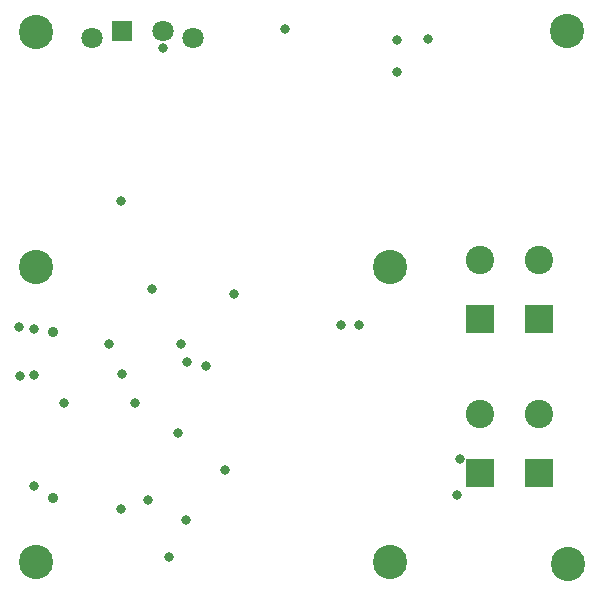
<source format=gbs>
G04*
G04 #@! TF.GenerationSoftware,Altium Limited,Altium Designer,19.0.10 (269)*
G04*
G04 Layer_Color=16711935*
%FSLAX25Y25*%
%MOIN*%
G70*
G01*
G75*
%ADD41R,0.07099X0.07099*%
%ADD42C,0.07099*%
%ADD43C,0.11430*%
%ADD44R,0.09461X0.09461*%
%ADD45C,0.09461*%
%ADD46C,0.03556*%
%ADD47C,0.03162*%
D41*
X38583Y186987D02*
D03*
D42*
X52362D02*
D03*
X28740Y184507D02*
D03*
X62205D02*
D03*
D43*
X187402Y9449D02*
D03*
X187008Y187008D02*
D03*
X9843Y186614D02*
D03*
Y108268D02*
D03*
X127953D02*
D03*
Y9843D02*
D03*
X9843D02*
D03*
D44*
X177559Y90945D02*
D03*
X157874D02*
D03*
X177559Y39764D02*
D03*
X157874D02*
D03*
D45*
X177559Y110630D02*
D03*
X157874D02*
D03*
X177559Y59449D02*
D03*
X157874D02*
D03*
D46*
X15748Y31299D02*
D03*
Y86811D02*
D03*
D47*
X52362Y181496D02*
D03*
X48819Y101102D02*
D03*
X66665Y75197D02*
D03*
X58268Y82825D02*
D03*
X34252Y82677D02*
D03*
X4724Y72047D02*
D03*
X9350Y35433D02*
D03*
X38484Y27559D02*
D03*
X54331Y11713D02*
D03*
X72866Y40551D02*
D03*
X57480Y53051D02*
D03*
X130315Y173276D02*
D03*
X140581Y184261D02*
D03*
X130315Y184133D02*
D03*
X92913Y187795D02*
D03*
X47244Y30512D02*
D03*
X59842Y24016D02*
D03*
X117730Y88976D02*
D03*
X111811D02*
D03*
X75984Y99213D02*
D03*
X9252Y72461D02*
D03*
Y87795D02*
D03*
X38386Y130193D02*
D03*
X60236Y76575D02*
D03*
X150394Y32283D02*
D03*
X42913Y62992D02*
D03*
X38583Y72835D02*
D03*
X151181Y44488D02*
D03*
X19291Y62992D02*
D03*
X4331Y88189D02*
D03*
M02*

</source>
